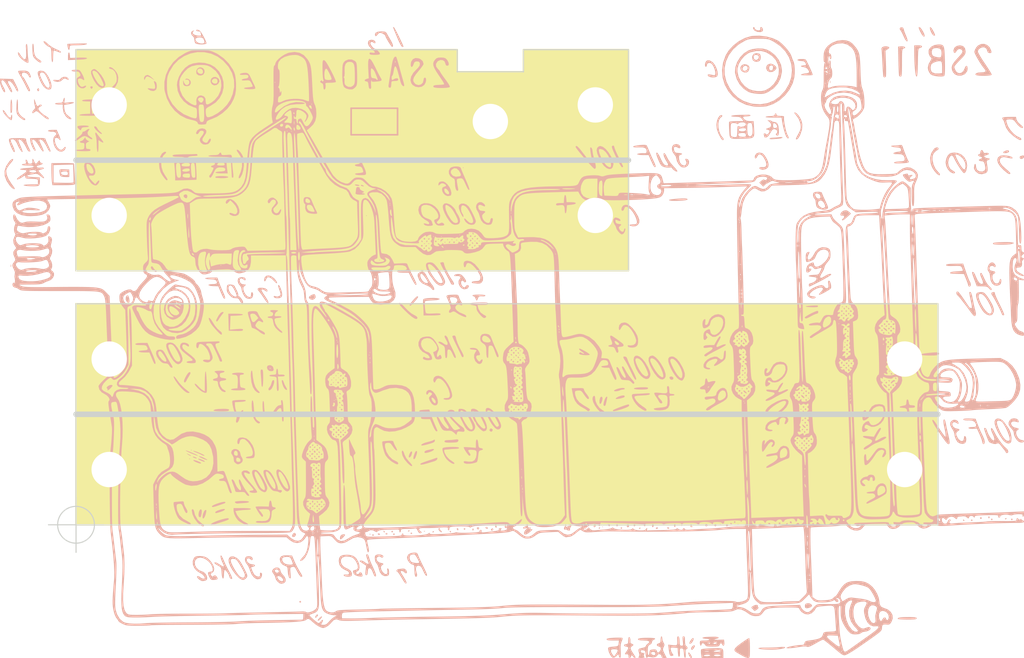
<source format=kicad_pcb>
(kicad_pcb (version 20211014) (generator pcbnew)
  (layers (0 "F.Cu" signal) (31 "B.Cu" signal) (34 "B.Paste" user) (35 "F.Paste" user) (36 "B.SilkS" user "B.Silkscreen") (37 "F.SilkS" user "F.Silkscreen") (38 "B.Mask" user) (39 "F.Mask" user) (44 "Edge.Cuts" user))
  (net 0 "")
  (net 1 "/ANT")
  (footprint "MountingHole:MountingHole_3.2mm_M3" (layer "F.Cu") (at 165 125)
    (fp_text reference "H2" hide)
    (fp_text value "MountingHole")
    (pad "" np_thru_hole circle (at 0 0) (size 3.2 3.2) (drill 3.2) (layers *.Cu *.Mask))
  )
  (footprint "MountingHole:MountingHole_3.2mm_M3" (layer "F.Cu") (at 93 102)
    (fp_text reference "H5" hide)
    (fp_text value "MountingHole")
    (pad "" np_thru_hole circle (at 0 0) (size 3.2 3.2) (drill 3.2) (layers *.Cu *.Mask))
  )
  (footprint "MountingHole:MountingHole_3.2mm_M3" (layer "F.Cu") (at 137 102)
    (fp_text reference "H6" hide)
    (fp_text value "MountingHole")
    (pad "" np_thru_hole circle (at 0 0) (size 3.2 3.2) (drill 3.2) (layers *.Cu *.Mask))
  )
  (footprint "MountingHole:MountingHole_3.2mm_M3" (layer "F.Cu") (at 93 115)
    (fp_text reference "H3" hide)
    (fp_text value "MountingHole")
    (pad "" np_thru_hole circle (at 0 0) (size 3.2 3.2) (drill 3.2) (layers *.Cu *.Mask))
  )
  (footprint "MountingHole:MountingHole_3.2mm_M3" (layer "F.Cu") (at 137 92)
    (fp_text reference "H8" hide)
    (fp_text value "MountingHole")
    (pad "" np_thru_hole circle (at 0 0) (size 3.2 3.2) (drill 3.2) (layers *.Cu *.Mask))
  )
  (footprint "MountingHole:MountingHole_3.2mm_M3" (layer "F.Cu") (at 165 115)
    (fp_text reference "H4" hide)
    (fp_text value "MountingHole")
    (pad "" np_thru_hole circle (at 0 0) (size 3.2 3.2) (drill 3.2) (layers *.Cu *.Mask))
  )
  (footprint "MountingHole:MountingHole_3.2mm_M3_DIN965_Pad" (layer "F.Cu") (at 127.5 93.5)
    (fp_text reference "H9" hide)
    (fp_text value "MountingHole_Pad")
    (pad "1" thru_hole circle (at 0 0) (size 5.6 5.6) (drill 3.2) (layers *.Cu *.Mask) (net 1 "/ANT"))
  )
  (footprint "MountingHole:MountingHole_3.2mm_M3" (layer "F.Cu") (at 93 92)
    (fp_text reference "H7" hide)
    (fp_text value "MountingHole")
    (pad "" np_thru_hole circle (at 0 0) (size 3.2 3.2) (drill 3.2) (layers *.Cu *.Mask))
  )
  (footprint "MountingHole:MountingHole_3.2mm_M3" (layer "F.Cu") (at 93 125)
    (fp_text reference "H1" hide)
    (fp_text value "MountingHole")
    (pad "" np_thru_hole circle (at 0 0) (size 3.2 3.2) (drill 3.2) (layers *.Cu *.Mask))
  )
  (footprint "TestPoint:TestPoint_Keystone_5019_Minature" (layer "B.Cu") (at 117 93.5 180)
    (fp_text reference "TP1" hide)
    (fp_text value "TestPoint")
    (pad "1" smd rect (at 0 0 180) (size 3.8 2) (layers "B.Cu" "B.Paste" "B.Mask") (net 1 "/ANT"))
  )
  (footprint "_local_Library:electronics_fig_4" (layer "B.Cu") (at 129.5 113.5 180)
    (fp_text reference "G***" hide)
    (fp_text value "LOGO" hide)
  )
  (gr_rect (start 168 110) (end 90 130) (layer "F.SilkS") (width 0.15) (fill solid))
  (gr_poly (pts (xy 124.5 89) (xy 130.5 89) (xy 130.5 87) (xy 140 87) (xy 140 107) (xy 90 107) (xy 90 87) (xy 124.5 87)) (layer "F.SilkS") (width 0.15) (fill solid))
  (gr_line (start 90 97) (end 140 97) (layer "Edge.Cuts") (width 0.5))
  (gr_line (start 90 117) (end 90 110) (layer "Edge.Cuts") (width 0.1))
  (gr_line (start 124.5 89) (end 124.5 87) (layer "Edge.Cuts") (width 0.1))
  (gr_line (start 168 110) (end 168 117) (layer "Edge.Cuts") (width 0.1))
  (gr_line (start 140 87) (end 130.5 87) (layer "Edge.Cuts") (width 0.1))
  (gr_line (start 168 130) (end 90 130) (layer "Edge.Cuts") (width 0.1))
  (gr_line (start 140 87) (end 140 94) (layer "Edge.Cuts") (width 0.1))
  (gr_line (start 140 107) (end 90 107) (layer "Edge.Cuts") (width 0.1))
  (gr_line (start 140 94) (end 140 107) (layer "Edge.Cuts") (width 0.1))
  (gr_line (start 90 107) (end 90 94) (layer "Edge.Cuts") (width 0.1))
  (gr_line (start 124.5 87) (end 90 87) (layer "Edge.Cuts") (width 0.1))
  (gr_line (start 130.5 89) (end 124.5 89) (layer "Edge.Cuts") (width 0.1))
  (gr_line (start 90 94) (end 90 87) (layer "Edge.Cuts") (width 0.1))
  (gr_line (start 168 117) (end 168 130) (layer "Edge.Cuts") (width 0.1))
  (gr_line (start 90 120) (end 168 120) (layer "Edge.Cuts") (width 0.5))
  (gr_line (start 90 130) (end 90 117) (layer "Edge.Cuts") (width 0.1))
  (gr_line (start 90 110) (end 168 110) (layer "Edge.Cuts") (width 0.1))
  (gr_line (start 130.5 87) (end 130.5 89) (layer "Edge.Cuts") (width 0.1))
  (target plus (at 90 130) (size 5) (width 0.1) (layer "Edge.Cuts"))
  (segment (start 117 93.5) (end 127.5 93.5) (width 0.8) (layer "B.Cu") (net 1))
)
</source>
